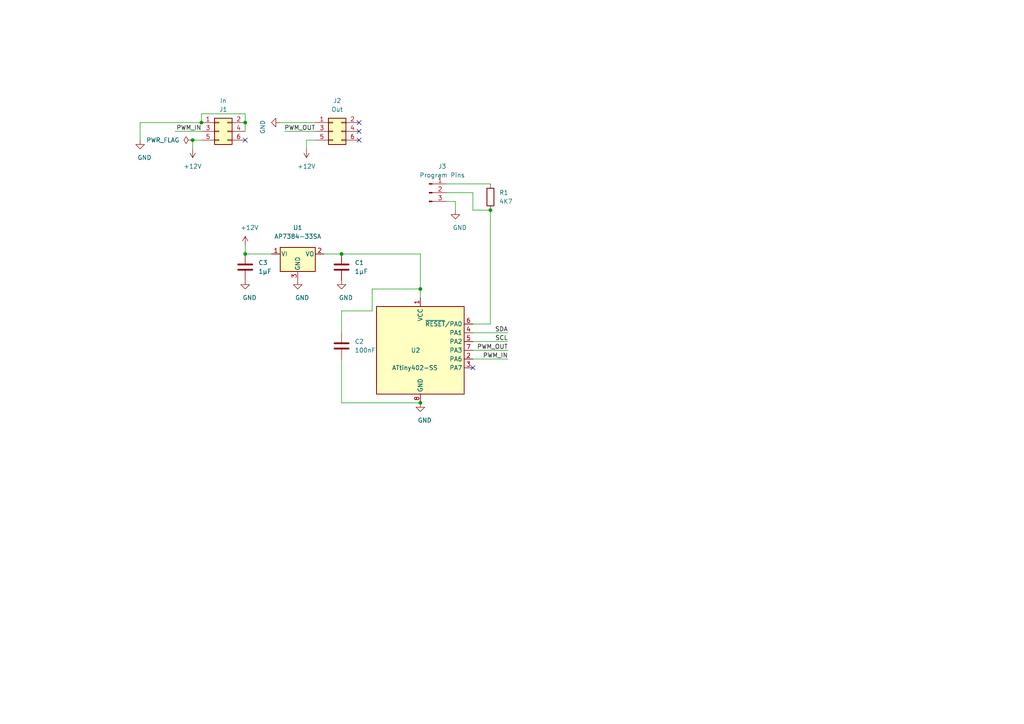
<source format=kicad_sch>
(kicad_sch (version 20210126) (generator eeschema)

  (paper "A4")

  (title_block
    (title "DL380e Fan Mod")
    (rev "1")
  )

  (lib_symbols
    (symbol "Connector:Conn_01x03_Male" (pin_names (offset 1.016) hide) (in_bom yes) (on_board yes)
      (property "Reference" "J" (id 0) (at 0 5.08 0)
        (effects (font (size 1.27 1.27)))
      )
      (property "Value" "Conn_01x03_Male" (id 1) (at 0 -5.08 0)
        (effects (font (size 1.27 1.27)))
      )
      (property "Footprint" "" (id 2) (at 0 0 0)
        (effects (font (size 1.27 1.27)) hide)
      )
      (property "Datasheet" "~" (id 3) (at 0 0 0)
        (effects (font (size 1.27 1.27)) hide)
      )
      (property "ki_keywords" "connector" (id 4) (at 0 0 0)
        (effects (font (size 1.27 1.27)) hide)
      )
      (property "ki_description" "Generic connector, single row, 01x03, script generated (kicad-library-utils/schlib/autogen/connector/)" (id 5) (at 0 0 0)
        (effects (font (size 1.27 1.27)) hide)
      )
      (property "ki_fp_filters" "Connector*:*_1x??_*" (id 6) (at 0 0 0)
        (effects (font (size 1.27 1.27)) hide)
      )
      (symbol "Conn_01x03_Male_1_1"
        (rectangle (start 0.8636 -2.413) (end 0 -2.667)
          (stroke (width 0.1524)) (fill (type outline))
        )
        (rectangle (start 0.8636 0.127) (end 0 -0.127)
          (stroke (width 0.1524)) (fill (type outline))
        )
        (rectangle (start 0.8636 2.667) (end 0 2.413)
          (stroke (width 0.1524)) (fill (type outline))
        )
        (polyline
          (pts
            (xy 1.27 -2.54)
            (xy 0.8636 -2.54)
          )
          (stroke (width 0.1524)) (fill (type none))
        )
        (polyline
          (pts
            (xy 1.27 0)
            (xy 0.8636 0)
          )
          (stroke (width 0.1524)) (fill (type none))
        )
        (polyline
          (pts
            (xy 1.27 2.54)
            (xy 0.8636 2.54)
          )
          (stroke (width 0.1524)) (fill (type none))
        )
        (pin passive line (at 5.08 2.54 180) (length 3.81)
          (name "Pin_1" (effects (font (size 1.27 1.27))))
          (number "1" (effects (font (size 1.27 1.27))))
        )
        (pin passive line (at 5.08 0 180) (length 3.81)
          (name "Pin_2" (effects (font (size 1.27 1.27))))
          (number "2" (effects (font (size 1.27 1.27))))
        )
        (pin passive line (at 5.08 -2.54 180) (length 3.81)
          (name "Pin_3" (effects (font (size 1.27 1.27))))
          (number "3" (effects (font (size 1.27 1.27))))
        )
      )
    )
    (symbol "Connector_Generic:Conn_02x03_Odd_Even" (pin_names (offset 1.016) hide) (in_bom yes) (on_board yes)
      (property "Reference" "J" (id 0) (at 1.27 5.08 0)
        (effects (font (size 1.27 1.27)))
      )
      (property "Value" "Conn_02x03_Odd_Even" (id 1) (at 1.27 -5.08 0)
        (effects (font (size 1.27 1.27)))
      )
      (property "Footprint" "" (id 2) (at 0 0 0)
        (effects (font (size 1.27 1.27)) hide)
      )
      (property "Datasheet" "~" (id 3) (at 0 0 0)
        (effects (font (size 1.27 1.27)) hide)
      )
      (property "ki_keywords" "connector" (id 4) (at 0 0 0)
        (effects (font (size 1.27 1.27)) hide)
      )
      (property "ki_description" "Generic connector, double row, 02x03, odd/even pin numbering scheme (row 1 odd numbers, row 2 even numbers), script generated (kicad-library-utils/schlib/autogen/connector/)" (id 5) (at 0 0 0)
        (effects (font (size 1.27 1.27)) hide)
      )
      (property "ki_fp_filters" "Connector*:*_2x??_*" (id 6) (at 0 0 0)
        (effects (font (size 1.27 1.27)) hide)
      )
      (symbol "Conn_02x03_Odd_Even_1_1"
        (rectangle (start -1.27 -2.413) (end 0 -2.667)
          (stroke (width 0.1524)) (fill (type none))
        )
        (rectangle (start -1.27 2.667) (end 0 2.413)
          (stroke (width 0.1524)) (fill (type none))
        )
        (rectangle (start -1.27 3.81) (end 3.81 -3.81)
          (stroke (width 0.254)) (fill (type background))
        )
        (rectangle (start -1.27 0.127) (end 0 -0.127)
          (stroke (width 0.1524)) (fill (type none))
        )
        (rectangle (start 3.81 -2.413) (end 2.54 -2.667)
          (stroke (width 0.1524)) (fill (type none))
        )
        (rectangle (start 3.81 2.667) (end 2.54 2.413)
          (stroke (width 0.1524)) (fill (type none))
        )
        (rectangle (start 3.81 0.127) (end 2.54 -0.127)
          (stroke (width 0.1524)) (fill (type none))
        )
        (pin passive line (at -5.08 2.54 0) (length 3.81)
          (name "Pin_1" (effects (font (size 1.27 1.27))))
          (number "1" (effects (font (size 1.27 1.27))))
        )
        (pin passive line (at 7.62 2.54 180) (length 3.81)
          (name "Pin_2" (effects (font (size 1.27 1.27))))
          (number "2" (effects (font (size 1.27 1.27))))
        )
        (pin passive line (at -5.08 0 0) (length 3.81)
          (name "Pin_3" (effects (font (size 1.27 1.27))))
          (number "3" (effects (font (size 1.27 1.27))))
        )
        (pin passive line (at 7.62 0 180) (length 3.81)
          (name "Pin_4" (effects (font (size 1.27 1.27))))
          (number "4" (effects (font (size 1.27 1.27))))
        )
        (pin passive line (at -5.08 -2.54 0) (length 3.81)
          (name "Pin_5" (effects (font (size 1.27 1.27))))
          (number "5" (effects (font (size 1.27 1.27))))
        )
        (pin passive line (at 7.62 -2.54 180) (length 3.81)
          (name "Pin_6" (effects (font (size 1.27 1.27))))
          (number "6" (effects (font (size 1.27 1.27))))
        )
      )
    )
    (symbol "Device:C" (pin_numbers hide) (pin_names (offset 0.254)) (in_bom yes) (on_board yes)
      (property "Reference" "C" (id 0) (at 0.635 2.54 0)
        (effects (font (size 1.27 1.27)) (justify left))
      )
      (property "Value" "C" (id 1) (at 0.635 -2.54 0)
        (effects (font (size 1.27 1.27)) (justify left))
      )
      (property "Footprint" "" (id 2) (at 0.9652 -3.81 0)
        (effects (font (size 1.27 1.27)) hide)
      )
      (property "Datasheet" "~" (id 3) (at 0 0 0)
        (effects (font (size 1.27 1.27)) hide)
      )
      (property "ki_keywords" "cap capacitor" (id 4) (at 0 0 0)
        (effects (font (size 1.27 1.27)) hide)
      )
      (property "ki_description" "Unpolarized capacitor" (id 5) (at 0 0 0)
        (effects (font (size 1.27 1.27)) hide)
      )
      (property "ki_fp_filters" "C_*" (id 6) (at 0 0 0)
        (effects (font (size 1.27 1.27)) hide)
      )
      (symbol "C_0_1"
        (polyline
          (pts
            (xy -2.032 -0.762)
            (xy 2.032 -0.762)
          )
          (stroke (width 0.508)) (fill (type none))
        )
        (polyline
          (pts
            (xy -2.032 0.762)
            (xy 2.032 0.762)
          )
          (stroke (width 0.508)) (fill (type none))
        )
      )
      (symbol "C_1_1"
        (pin passive line (at 0 3.81 270) (length 2.794)
          (name "~" (effects (font (size 1.27 1.27))))
          (number "1" (effects (font (size 1.27 1.27))))
        )
        (pin passive line (at 0 -3.81 90) (length 2.794)
          (name "~" (effects (font (size 1.27 1.27))))
          (number "2" (effects (font (size 1.27 1.27))))
        )
      )
    )
    (symbol "Device:R" (pin_numbers hide) (pin_names (offset 0)) (in_bom yes) (on_board yes)
      (property "Reference" "R" (id 0) (at 2.032 0 90)
        (effects (font (size 1.27 1.27)))
      )
      (property "Value" "R" (id 1) (at 0 0 90)
        (effects (font (size 1.27 1.27)))
      )
      (property "Footprint" "" (id 2) (at -1.778 0 90)
        (effects (font (size 1.27 1.27)) hide)
      )
      (property "Datasheet" "~" (id 3) (at 0 0 0)
        (effects (font (size 1.27 1.27)) hide)
      )
      (property "ki_keywords" "R res resistor" (id 4) (at 0 0 0)
        (effects (font (size 1.27 1.27)) hide)
      )
      (property "ki_description" "Resistor" (id 5) (at 0 0 0)
        (effects (font (size 1.27 1.27)) hide)
      )
      (property "ki_fp_filters" "R_*" (id 6) (at 0 0 0)
        (effects (font (size 1.27 1.27)) hide)
      )
      (symbol "R_0_1"
        (rectangle (start -1.016 -2.54) (end 1.016 2.54)
          (stroke (width 0.254)) (fill (type none))
        )
      )
      (symbol "R_1_1"
        (pin passive line (at 0 3.81 270) (length 1.27)
          (name "~" (effects (font (size 1.27 1.27))))
          (number "1" (effects (font (size 1.27 1.27))))
        )
        (pin passive line (at 0 -3.81 90) (length 1.27)
          (name "~" (effects (font (size 1.27 1.27))))
          (number "2" (effects (font (size 1.27 1.27))))
        )
      )
    )
    (symbol "MCU_Microchip_ATtiny:ATtiny402-SS" (in_bom yes) (on_board yes)
      (property "Reference" "U" (id 0) (at -12.7 13.97 0)
        (effects (font (size 1.27 1.27)) (justify left bottom))
      )
      (property "Value" "ATtiny402-SS" (id 1) (at 2.54 -13.97 0)
        (effects (font (size 1.27 1.27)) (justify left top))
      )
      (property "Footprint" "Package_SO:SOIC-8_3.9x4.9mm_P1.27mm" (id 2) (at 0 0 0)
        (effects (font (size 1.27 1.27) italic) hide)
      )
      (property "Datasheet" "http://ww1.microchip.com/downloads/en/DeviceDoc/ATtiny202-402-AVR-MCU-with-Core-Independent-Peripherals_and-picoPower-40001969A.pdf" (id 3) (at 0 0 0)
        (effects (font (size 1.27 1.27)) hide)
      )
      (property "ki_keywords" "AVR 8bit Microcontroller tinyAVR" (id 4) (at 0 0 0)
        (effects (font (size 1.27 1.27)) hide)
      )
      (property "ki_description" "20MHz, 4kB Flash, 256B SRAM, 128B EEPROM, SOIC-8" (id 5) (at 0 0 0)
        (effects (font (size 1.27 1.27)) hide)
      )
      (property "ki_fp_filters" "SOIC*3.9x4.9mm*P1.27mm*" (id 6) (at 0 0 0)
        (effects (font (size 1.27 1.27)) hide)
      )
      (symbol "ATtiny402-SS_0_1"
        (rectangle (start -12.7 -12.7) (end 12.7 12.7)
          (stroke (width 0.254)) (fill (type background))
        )
      )
      (symbol "ATtiny402-SS_1_1"
        (pin power_in line (at 0 15.24 270) (length 2.54)
          (name "VCC" (effects (font (size 1.27 1.27))))
          (number "1" (effects (font (size 1.27 1.27))))
        )
        (pin bidirectional line (at 15.24 -2.54 180) (length 2.54)
          (name "PA6" (effects (font (size 1.27 1.27))))
          (number "2" (effects (font (size 1.27 1.27))))
        )
        (pin bidirectional line (at 15.24 -5.08 180) (length 2.54)
          (name "PA7" (effects (font (size 1.27 1.27))))
          (number "3" (effects (font (size 1.27 1.27))))
        )
        (pin bidirectional line (at 15.24 5.08 180) (length 2.54)
          (name "PA1" (effects (font (size 1.27 1.27))))
          (number "4" (effects (font (size 1.27 1.27))))
        )
        (pin bidirectional line (at 15.24 2.54 180) (length 2.54)
          (name "PA2" (effects (font (size 1.27 1.27))))
          (number "5" (effects (font (size 1.27 1.27))))
        )
        (pin bidirectional line (at 15.24 7.62 180) (length 2.54)
          (name "~RESET~/PA0" (effects (font (size 1.27 1.27))))
          (number "6" (effects (font (size 1.27 1.27))))
        )
        (pin bidirectional line (at 15.24 0 180) (length 2.54)
          (name "PA3" (effects (font (size 1.27 1.27))))
          (number "7" (effects (font (size 1.27 1.27))))
        )
        (pin power_in line (at 0 -15.24 90) (length 2.54)
          (name "GND" (effects (font (size 1.27 1.27))))
          (number "8" (effects (font (size 1.27 1.27))))
        )
      )
    )
    (symbol "Regulator_Linear:AP7384-33SA" (pin_names (offset 0.254)) (in_bom yes) (on_board yes)
      (property "Reference" "U" (id 0) (at -3.81 3.175 0)
        (effects (font (size 1.27 1.27)))
      )
      (property "Value" "AP7384-33SA" (id 1) (at 0 3.175 0)
        (effects (font (size 1.27 1.27)) (justify left))
      )
      (property "Footprint" "Package_TO_SOT_SMD:SOT-23" (id 2) (at 0 5.715 0)
        (effects (font (size 1.27 1.27) italic) hide)
      )
      (property "Datasheet" "https://www.diodes.com/assets/Datasheets/AP7384.pdf" (id 3) (at 0 -1.27 0)
        (effects (font (size 1.27 1.27)) hide)
      )
      (property "ki_keywords" "50mA LDO Regulator Fixed Positive" (id 4) (at 0 0 0)
        (effects (font (size 1.27 1.27)) hide)
      )
      (property "ki_description" "50mA Low Dropout Voltage Regulator, Fixed Output 3.3V, Wide Input Voltage Range 40V, SOT-23" (id 5) (at 0 0 0)
        (effects (font (size 1.27 1.27)) hide)
      )
      (property "ki_fp_filters" "SOT?23*" (id 6) (at 0 0 0)
        (effects (font (size 1.27 1.27)) hide)
      )
      (symbol "AP7384-33SA_0_1"
        (rectangle (start -5.08 1.905) (end 5.08 -5.08)
          (stroke (width 0.254)) (fill (type background))
        )
      )
      (symbol "AP7384-33SA_1_1"
        (pin power_in line (at -7.62 0 0) (length 2.54)
          (name "VI" (effects (font (size 1.27 1.27))))
          (number "1" (effects (font (size 1.27 1.27))))
        )
        (pin power_out line (at 7.62 0 180) (length 2.54)
          (name "VO" (effects (font (size 1.27 1.27))))
          (number "2" (effects (font (size 1.27 1.27))))
        )
        (pin power_in line (at 0 -7.62 90) (length 2.54)
          (name "GND" (effects (font (size 1.27 1.27))))
          (number "3" (effects (font (size 1.27 1.27))))
        )
      )
    )
    (symbol "power:+12V" (power) (pin_names (offset 0)) (in_bom yes) (on_board yes)
      (property "Reference" "#PWR" (id 0) (at 0 -3.81 0)
        (effects (font (size 1.27 1.27)) hide)
      )
      (property "Value" "+12V" (id 1) (at 0 3.556 0)
        (effects (font (size 1.27 1.27)))
      )
      (property "Footprint" "" (id 2) (at 0 0 0)
        (effects (font (size 1.27 1.27)) hide)
      )
      (property "Datasheet" "" (id 3) (at 0 0 0)
        (effects (font (size 1.27 1.27)) hide)
      )
      (property "ki_keywords" "power-flag" (id 4) (at 0 0 0)
        (effects (font (size 1.27 1.27)) hide)
      )
      (property "ki_description" "Power symbol creates a global label with name \"+12V\"" (id 5) (at 0 0 0)
        (effects (font (size 1.27 1.27)) hide)
      )
      (symbol "+12V_0_1"
        (polyline
          (pts
            (xy -0.762 1.27)
            (xy 0 2.54)
          )
          (stroke (width 0)) (fill (type none))
        )
        (polyline
          (pts
            (xy 0 0)
            (xy 0 2.54)
          )
          (stroke (width 0)) (fill (type none))
        )
        (polyline
          (pts
            (xy 0 2.54)
            (xy 0.762 1.27)
          )
          (stroke (width 0)) (fill (type none))
        )
      )
      (symbol "+12V_1_1"
        (pin power_in line (at 0 0 90) (length 0) hide
          (name "+12V" (effects (font (size 1.27 1.27))))
          (number "1" (effects (font (size 1.27 1.27))))
        )
      )
    )
    (symbol "power:GND" (power) (pin_names (offset 0)) (in_bom yes) (on_board yes)
      (property "Reference" "#PWR" (id 0) (at 0 -6.35 0)
        (effects (font (size 1.27 1.27)) hide)
      )
      (property "Value" "GND" (id 1) (at 0 -3.81 0)
        (effects (font (size 1.27 1.27)))
      )
      (property "Footprint" "" (id 2) (at 0 0 0)
        (effects (font (size 1.27 1.27)) hide)
      )
      (property "Datasheet" "" (id 3) (at 0 0 0)
        (effects (font (size 1.27 1.27)) hide)
      )
      (property "ki_keywords" "power-flag" (id 4) (at 0 0 0)
        (effects (font (size 1.27 1.27)) hide)
      )
      (property "ki_description" "Power symbol creates a global label with name \"GND\" , ground" (id 5) (at 0 0 0)
        (effects (font (size 1.27 1.27)) hide)
      )
      (symbol "GND_0_1"
        (polyline
          (pts
            (xy 0 0)
            (xy 0 -1.27)
            (xy 1.27 -1.27)
            (xy 0 -2.54)
            (xy -1.27 -1.27)
            (xy 0 -1.27)
          )
          (stroke (width 0)) (fill (type none))
        )
      )
      (symbol "GND_1_1"
        (pin power_in line (at 0 0 270) (length 0) hide
          (name "GND" (effects (font (size 1.27 1.27))))
          (number "1" (effects (font (size 1.27 1.27))))
        )
      )
    )
    (symbol "power:PWR_FLAG" (power) (pin_numbers hide) (pin_names (offset 0) hide) (in_bom yes) (on_board yes)
      (property "Reference" "#FLG" (id 0) (at 0 1.905 0)
        (effects (font (size 1.27 1.27)) hide)
      )
      (property "Value" "PWR_FLAG" (id 1) (at 0 3.81 0)
        (effects (font (size 1.27 1.27)))
      )
      (property "Footprint" "" (id 2) (at 0 0 0)
        (effects (font (size 1.27 1.27)) hide)
      )
      (property "Datasheet" "~" (id 3) (at 0 0 0)
        (effects (font (size 1.27 1.27)) hide)
      )
      (property "ki_keywords" "power-flag" (id 4) (at 0 0 0)
        (effects (font (size 1.27 1.27)) hide)
      )
      (property "ki_description" "Special symbol for telling ERC where power comes from" (id 5) (at 0 0 0)
        (effects (font (size 1.27 1.27)) hide)
      )
      (symbol "PWR_FLAG_0_0"
        (pin power_out line (at 0 0 90) (length 0)
          (name "pwr" (effects (font (size 1.27 1.27))))
          (number "1" (effects (font (size 1.27 1.27))))
        )
      )
      (symbol "PWR_FLAG_0_1"
        (polyline
          (pts
            (xy 0 0)
            (xy 0 1.27)
            (xy -1.016 1.905)
            (xy 0 2.54)
            (xy 1.016 1.905)
            (xy 0 1.27)
          )
          (stroke (width 0)) (fill (type none))
        )
      )
    )
  )

  (junction (at 55.88 40.64) (diameter 0.9144) (color 0 0 0 0))
  (junction (at 58.42 35.56) (diameter 0.9144) (color 0 0 0 0))
  (junction (at 71.12 35.56) (diameter 0.9144) (color 0 0 0 0))
  (junction (at 71.12 73.66) (diameter 0.9144) (color 0 0 0 0))
  (junction (at 99.06 73.66) (diameter 0.9144) (color 0 0 0 0))
  (junction (at 121.92 83.82) (diameter 0.9144) (color 0 0 0 0))
  (junction (at 121.92 116.84) (diameter 0.9144) (color 0 0 0 0))
  (junction (at 142.24 60.96) (diameter 0.9144) (color 0 0 0 0))

  (no_connect (at 71.12 40.64) (uuid db96c285-6146-46f3-af28-b0223dda620f))
  (no_connect (at 104.14 35.56) (uuid 3815d993-81af-40e7-becd-ba96d35bbe3f))
  (no_connect (at 104.14 38.1) (uuid 4e40b585-215e-45d5-a4c4-b6fbe0bc85d9))
  (no_connect (at 104.14 40.64) (uuid a3ca2f66-b78e-4bd4-8a09-d63f9a280e55))
  (no_connect (at 137.16 106.68) (uuid e82a08d1-82cd-437a-ba26-7f50ac982008))

  (wire (pts (xy 40.64 35.56) (xy 58.42 35.56))
    (stroke (width 0) (type solid) (color 0 0 0 0))
    (uuid 80b279eb-e5e7-4e1d-8def-a72b3dd1856f)
  )
  (wire (pts (xy 40.64 40.64) (xy 40.64 35.56))
    (stroke (width 0) (type solid) (color 0 0 0 0))
    (uuid 80b279eb-e5e7-4e1d-8def-a72b3dd1856f)
  )
  (wire (pts (xy 50.8 38.1) (xy 58.42 38.1))
    (stroke (width 0) (type solid) (color 0 0 0 0))
    (uuid 6da8561b-4e15-4f7f-9523-87d07f6c1cf0)
  )
  (wire (pts (xy 55.88 40.64) (xy 55.88 43.18))
    (stroke (width 0) (type solid) (color 0 0 0 0))
    (uuid ff7c0d4b-34e9-413b-8fe0-a16da429ab7d)
  )
  (wire (pts (xy 58.42 33.02) (xy 71.12 33.02))
    (stroke (width 0) (type solid) (color 0 0 0 0))
    (uuid 552e5f66-1849-4611-9d3b-762ad26857f7)
  )
  (wire (pts (xy 58.42 35.56) (xy 58.42 33.02))
    (stroke (width 0) (type solid) (color 0 0 0 0))
    (uuid 552e5f66-1849-4611-9d3b-762ad26857f7)
  )
  (wire (pts (xy 58.42 40.64) (xy 55.88 40.64))
    (stroke (width 0) (type solid) (color 0 0 0 0))
    (uuid ff7c0d4b-34e9-413b-8fe0-a16da429ab7d)
  )
  (wire (pts (xy 71.12 33.02) (xy 71.12 35.56))
    (stroke (width 0) (type solid) (color 0 0 0 0))
    (uuid 552e5f66-1849-4611-9d3b-762ad26857f7)
  )
  (wire (pts (xy 71.12 35.56) (xy 71.12 38.1))
    (stroke (width 0) (type solid) (color 0 0 0 0))
    (uuid 552e5f66-1849-4611-9d3b-762ad26857f7)
  )
  (wire (pts (xy 71.12 73.66) (xy 71.12 71.12))
    (stroke (width 0) (type solid) (color 0 0 0 0))
    (uuid 9d9c7328-35cc-4b5b-b77c-9b8b628a510f)
  )
  (wire (pts (xy 78.74 73.66) (xy 71.12 73.66))
    (stroke (width 0) (type solid) (color 0 0 0 0))
    (uuid 9d9c7328-35cc-4b5b-b77c-9b8b628a510f)
  )
  (wire (pts (xy 81.28 35.56) (xy 91.44 35.56))
    (stroke (width 0) (type solid) (color 0 0 0 0))
    (uuid 322c653e-b0f5-402e-ab03-ffdcaaef246e)
  )
  (wire (pts (xy 82.55 38.1) (xy 91.44 38.1))
    (stroke (width 0) (type solid) (color 0 0 0 0))
    (uuid bbd381aa-ecfa-496a-99c6-3797dfe0b95b)
  )
  (wire (pts (xy 88.9 40.64) (xy 88.9 43.18))
    (stroke (width 0) (type solid) (color 0 0 0 0))
    (uuid bca88284-ebf5-4a91-a5fb-4023ee195ac9)
  )
  (wire (pts (xy 91.44 40.64) (xy 88.9 40.64))
    (stroke (width 0) (type solid) (color 0 0 0 0))
    (uuid bca88284-ebf5-4a91-a5fb-4023ee195ac9)
  )
  (wire (pts (xy 93.98 73.66) (xy 99.06 73.66))
    (stroke (width 0) (type solid) (color 0 0 0 0))
    (uuid 0b6579e7-d844-45db-b5e8-ce9c7e936cd6)
  )
  (wire (pts (xy 99.06 73.66) (xy 121.92 73.66))
    (stroke (width 0) (type solid) (color 0 0 0 0))
    (uuid 0b6579e7-d844-45db-b5e8-ce9c7e936cd6)
  )
  (wire (pts (xy 99.06 90.17) (xy 99.06 96.52))
    (stroke (width 0) (type solid) (color 0 0 0 0))
    (uuid 085a9b68-d739-499e-9d60-8a9a3e2e10fc)
  )
  (wire (pts (xy 99.06 90.17) (xy 107.95 90.17))
    (stroke (width 0) (type solid) (color 0 0 0 0))
    (uuid 38817945-d05e-4cf0-9437-546e74072b4b)
  )
  (wire (pts (xy 99.06 116.84) (xy 99.06 104.14))
    (stroke (width 0) (type solid) (color 0 0 0 0))
    (uuid e12a9fb4-a04e-4121-a34a-2666ceaa9796)
  )
  (wire (pts (xy 99.06 116.84) (xy 121.92 116.84))
    (stroke (width 0) (type solid) (color 0 0 0 0))
    (uuid 8f47fede-fc3d-42aa-831f-74f62a56b8c3)
  )
  (wire (pts (xy 107.95 83.82) (xy 121.92 83.82))
    (stroke (width 0) (type solid) (color 0 0 0 0))
    (uuid 38817945-d05e-4cf0-9437-546e74072b4b)
  )
  (wire (pts (xy 107.95 90.17) (xy 107.95 83.82))
    (stroke (width 0) (type solid) (color 0 0 0 0))
    (uuid 38817945-d05e-4cf0-9437-546e74072b4b)
  )
  (wire (pts (xy 121.92 73.66) (xy 121.92 83.82))
    (stroke (width 0) (type solid) (color 0 0 0 0))
    (uuid 0b6579e7-d844-45db-b5e8-ce9c7e936cd6)
  )
  (wire (pts (xy 121.92 83.82) (xy 121.92 86.36))
    (stroke (width 0) (type solid) (color 0 0 0 0))
    (uuid 0b6579e7-d844-45db-b5e8-ce9c7e936cd6)
  )
  (wire (pts (xy 129.54 53.34) (xy 142.24 53.34))
    (stroke (width 0) (type solid) (color 0 0 0 0))
    (uuid 6cab50c8-8ce3-42b6-974f-5e9c023f9a3b)
  )
  (wire (pts (xy 129.54 55.88) (xy 137.16 55.88))
    (stroke (width 0) (type solid) (color 0 0 0 0))
    (uuid a1292d4a-5abf-4b65-bb70-0f1179967bc6)
  )
  (wire (pts (xy 129.54 58.42) (xy 132.08 58.42))
    (stroke (width 0) (type solid) (color 0 0 0 0))
    (uuid c3d362c2-739e-471f-8872-a9f3f2a12e25)
  )
  (wire (pts (xy 132.08 58.42) (xy 132.08 60.96))
    (stroke (width 0) (type solid) (color 0 0 0 0))
    (uuid c3d362c2-739e-471f-8872-a9f3f2a12e25)
  )
  (wire (pts (xy 137.16 55.88) (xy 137.16 60.96))
    (stroke (width 0) (type solid) (color 0 0 0 0))
    (uuid a1292d4a-5abf-4b65-bb70-0f1179967bc6)
  )
  (wire (pts (xy 137.16 60.96) (xy 142.24 60.96))
    (stroke (width 0) (type solid) (color 0 0 0 0))
    (uuid a1292d4a-5abf-4b65-bb70-0f1179967bc6)
  )
  (wire (pts (xy 137.16 96.52) (xy 147.32 96.52))
    (stroke (width 0) (type solid) (color 0 0 0 0))
    (uuid fd7f10f4-3701-4a69-81ed-da3eee9e3941)
  )
  (wire (pts (xy 137.16 99.06) (xy 147.32 99.06))
    (stroke (width 0) (type solid) (color 0 0 0 0))
    (uuid 6f88af2a-56c2-4b87-877b-fcb74481d3ff)
  )
  (wire (pts (xy 137.16 101.6) (xy 147.32 101.6))
    (stroke (width 0) (type solid) (color 0 0 0 0))
    (uuid a09ca5cb-1986-42f6-963d-d5e48a02a9b3)
  )
  (wire (pts (xy 137.16 104.14) (xy 147.32 104.14))
    (stroke (width 0) (type solid) (color 0 0 0 0))
    (uuid 5da629d3-6513-45bc-8536-0a695ff48900)
  )
  (wire (pts (xy 142.24 60.96) (xy 142.24 93.98))
    (stroke (width 0) (type solid) (color 0 0 0 0))
    (uuid 9fa8f67c-828e-495c-b460-48f3a386bdcf)
  )
  (wire (pts (xy 142.24 93.98) (xy 137.16 93.98))
    (stroke (width 0) (type solid) (color 0 0 0 0))
    (uuid 9fa8f67c-828e-495c-b460-48f3a386bdcf)
  )

  (label "PWM_IN" (at 58.42 38.1 180)
    (effects (font (size 1.27 1.27)) (justify right bottom))
    (uuid 1f3b8e8b-28c5-4eac-b844-e02e86ff975f)
  )
  (label "PWM_OUT" (at 91.44 38.1 180)
    (effects (font (size 1.27 1.27)) (justify right bottom))
    (uuid cae8ffd0-617f-4293-9d14-7ba9a3fc8eb6)
  )
  (label "SDA" (at 147.32 96.52 180)
    (effects (font (size 1.27 1.27)) (justify right bottom))
    (uuid 3ea0b8c5-fbdf-45c2-abdf-a847961770b9)
  )
  (label "SCL" (at 147.32 99.06 180)
    (effects (font (size 1.27 1.27)) (justify right bottom))
    (uuid e0633ff7-fd53-482d-beb1-e3242b5e009f)
  )
  (label "PWM_OUT" (at 147.32 101.6 180)
    (effects (font (size 1.27 1.27)) (justify right bottom))
    (uuid b0f37ffc-762a-496c-a1b4-c4aeccc3c12b)
  )
  (label "PWM_IN" (at 147.32 104.14 180)
    (effects (font (size 1.27 1.27)) (justify right bottom))
    (uuid 0536ccbf-2c3b-4a04-9f6e-2e26475d7808)
  )

  (symbol (lib_id "power:PWR_FLAG") (at 55.88 40.64 90) (unit 1)
    (in_bom yes) (on_board yes)
    (uuid b60f6179-0871-49e1-9979-1217542d724e)
    (property "Reference" "#FLG01" (id 0) (at 53.975 40.64 0)
      (effects (font (size 1.27 1.27)) hide)
    )
    (property "Value" "PWR_FLAG" (id 1) (at 52.07 40.64 90)
      (effects (font (size 1.27 1.27)) (justify left))
    )
    (property "Footprint" "" (id 2) (at 55.88 40.64 0)
      (effects (font (size 1.27 1.27)) hide)
    )
    (property "Datasheet" "~" (id 3) (at 55.88 40.64 0)
      (effects (font (size 1.27 1.27)) hide)
    )
    (pin "1" (uuid 23a24f6b-63ec-492d-95a8-4f0734e74f02))
  )

  (symbol (lib_id "power:+12V") (at 55.88 43.18 180) (unit 1)
    (in_bom yes) (on_board yes)
    (uuid 15d0d0e3-4be4-491e-869c-9eed6d96ed64)
    (property "Reference" "#PWR02" (id 0) (at 55.88 39.37 0)
      (effects (font (size 1.27 1.27)) hide)
    )
    (property "Value" "+12V" (id 1) (at 55.88 48.26 0))
    (property "Footprint" "" (id 2) (at 55.88 43.18 0)
      (effects (font (size 1.27 1.27)) hide)
    )
    (property "Datasheet" "" (id 3) (at 55.88 43.18 0)
      (effects (font (size 1.27 1.27)) hide)
    )
    (pin "1" (uuid 8b6ad223-ed39-4d34-a588-e33d78af78a9))
  )

  (symbol (lib_id "power:+12V") (at 71.12 71.12 0) (unit 1)
    (in_bom yes) (on_board yes)
    (uuid f3f9c374-8ac5-47f4-a920-52728d56acb7)
    (property "Reference" "#PWR03" (id 0) (at 71.12 74.93 0)
      (effects (font (size 1.27 1.27)) hide)
    )
    (property "Value" "+12V" (id 1) (at 72.39 66.04 0))
    (property "Footprint" "" (id 2) (at 71.12 71.12 0)
      (effects (font (size 1.27 1.27)) hide)
    )
    (property "Datasheet" "" (id 3) (at 71.12 71.12 0)
      (effects (font (size 1.27 1.27)) hide)
    )
    (pin "1" (uuid 9ac67d94-e498-4ff8-b87b-7bfa46be60b8))
  )

  (symbol (lib_id "power:+12V") (at 88.9 43.18 180) (unit 1)
    (in_bom yes) (on_board yes)
    (uuid 61a55228-f171-4bf5-9f31-6777bb1509e5)
    (property "Reference" "#PWR06" (id 0) (at 88.9 39.37 0)
      (effects (font (size 1.27 1.27)) hide)
    )
    (property "Value" "+12V" (id 1) (at 88.9 48.26 0))
    (property "Footprint" "" (id 2) (at 88.9 43.18 0)
      (effects (font (size 1.27 1.27)) hide)
    )
    (property "Datasheet" "" (id 3) (at 88.9 43.18 0)
      (effects (font (size 1.27 1.27)) hide)
    )
    (pin "1" (uuid 8b6ad223-ed39-4d34-a588-e33d78af78a9))
  )

  (symbol (lib_id "power:GND") (at 40.64 40.64 0) (unit 1)
    (in_bom yes) (on_board yes)
    (uuid e33dedd4-4100-43ea-9038-ea912e5a8d37)
    (property "Reference" "#PWR01" (id 0) (at 40.64 46.99 0)
      (effects (font (size 1.27 1.27)) hide)
    )
    (property "Value" "GND" (id 1) (at 41.91 45.72 0))
    (property "Footprint" "" (id 2) (at 40.64 40.64 0)
      (effects (font (size 1.27 1.27)) hide)
    )
    (property "Datasheet" "" (id 3) (at 40.64 40.64 0)
      (effects (font (size 1.27 1.27)) hide)
    )
    (pin "1" (uuid a9d6be79-7047-4be2-a053-777d3508184b))
  )

  (symbol (lib_id "power:GND") (at 71.12 81.28 0) (unit 1)
    (in_bom yes) (on_board yes)
    (uuid 0bc015a7-0a9a-4ba5-9c66-6b46aefe101a)
    (property "Reference" "#PWR0102" (id 0) (at 71.12 87.63 0)
      (effects (font (size 1.27 1.27)) hide)
    )
    (property "Value" "GND" (id 1) (at 72.39 86.36 0))
    (property "Footprint" "" (id 2) (at 71.12 81.28 0)
      (effects (font (size 1.27 1.27)) hide)
    )
    (property "Datasheet" "" (id 3) (at 71.12 81.28 0)
      (effects (font (size 1.27 1.27)) hide)
    )
    (pin "1" (uuid 45486006-0cd7-417c-bb51-4ce5b4c400a0))
  )

  (symbol (lib_id "power:GND") (at 81.28 35.56 270) (unit 1)
    (in_bom yes) (on_board yes)
    (uuid 0527cd57-b84d-4a3f-a71d-66ff69132c18)
    (property "Reference" "#PWR04" (id 0) (at 74.93 35.56 0)
      (effects (font (size 1.27 1.27)) hide)
    )
    (property "Value" "GND" (id 1) (at 76.2 36.83 0))
    (property "Footprint" "" (id 2) (at 81.28 35.56 0)
      (effects (font (size 1.27 1.27)) hide)
    )
    (property "Datasheet" "" (id 3) (at 81.28 35.56 0)
      (effects (font (size 1.27 1.27)) hide)
    )
    (pin "1" (uuid a9d6be79-7047-4be2-a053-777d3508184b))
  )

  (symbol (lib_id "power:GND") (at 86.36 81.28 0) (unit 1)
    (in_bom yes) (on_board yes)
    (uuid 16c19227-53a8-4ff6-b783-9bff57e97486)
    (property "Reference" "#PWR05" (id 0) (at 86.36 87.63 0)
      (effects (font (size 1.27 1.27)) hide)
    )
    (property "Value" "GND" (id 1) (at 87.63 86.36 0))
    (property "Footprint" "" (id 2) (at 86.36 81.28 0)
      (effects (font (size 1.27 1.27)) hide)
    )
    (property "Datasheet" "" (id 3) (at 86.36 81.28 0)
      (effects (font (size 1.27 1.27)) hide)
    )
    (pin "1" (uuid 3ad660f6-ba21-4753-9de4-18c84c542d32))
  )

  (symbol (lib_id "power:GND") (at 99.06 81.28 0) (unit 1)
    (in_bom yes) (on_board yes)
    (uuid 313dbbc2-8ed7-43bc-b1b2-60692955d53b)
    (property "Reference" "#PWR08" (id 0) (at 99.06 87.63 0)
      (effects (font (size 1.27 1.27)) hide)
    )
    (property "Value" "GND" (id 1) (at 100.33 86.36 0))
    (property "Footprint" "" (id 2) (at 99.06 81.28 0)
      (effects (font (size 1.27 1.27)) hide)
    )
    (property "Datasheet" "" (id 3) (at 99.06 81.28 0)
      (effects (font (size 1.27 1.27)) hide)
    )
    (pin "1" (uuid 1f75bb61-109b-4746-9066-ebb720063336))
  )

  (symbol (lib_id "power:GND") (at 121.92 116.84 0) (unit 1)
    (in_bom yes) (on_board yes)
    (uuid 5af62f2a-3c74-4bdd-a83c-6537cd3f6cb4)
    (property "Reference" "#PWR07" (id 0) (at 121.92 123.19 0)
      (effects (font (size 1.27 1.27)) hide)
    )
    (property "Value" "GND" (id 1) (at 123.19 121.92 0))
    (property "Footprint" "" (id 2) (at 121.92 116.84 0)
      (effects (font (size 1.27 1.27)) hide)
    )
    (property "Datasheet" "" (id 3) (at 121.92 116.84 0)
      (effects (font (size 1.27 1.27)) hide)
    )
    (pin "1" (uuid a9d6be79-7047-4be2-a053-777d3508184b))
  )

  (symbol (lib_id "power:GND") (at 132.08 60.96 0) (unit 1)
    (in_bom yes) (on_board yes)
    (uuid ae38171d-9150-4ae7-bb5e-7b15d486b2b1)
    (property "Reference" "#PWR0101" (id 0) (at 132.08 67.31 0)
      (effects (font (size 1.27 1.27)) hide)
    )
    (property "Value" "GND" (id 1) (at 133.35 66.04 0))
    (property "Footprint" "" (id 2) (at 132.08 60.96 0)
      (effects (font (size 1.27 1.27)) hide)
    )
    (property "Datasheet" "" (id 3) (at 132.08 60.96 0)
      (effects (font (size 1.27 1.27)) hide)
    )
    (pin "1" (uuid c38f92c0-c289-480d-8f7c-ca6073e4a8e1))
  )

  (symbol (lib_id "Device:R") (at 142.24 57.15 0) (unit 1)
    (in_bom yes) (on_board yes)
    (uuid 8faf5ccf-9a82-42b1-9ba4-1ce9f91db140)
    (property "Reference" "R1" (id 0) (at 144.78 55.88 0)
      (effects (font (size 1.27 1.27)) (justify left))
    )
    (property "Value" "4K7" (id 1) (at 144.78 58.42 0)
      (effects (font (size 1.27 1.27)) (justify left))
    )
    (property "Footprint" "Capacitor_SMD:C_0805_2012Metric" (id 2) (at 140.462 57.15 90)
      (effects (font (size 1.27 1.27)) hide)
    )
    (property "Datasheet" "~" (id 3) (at 142.24 57.15 0)
      (effects (font (size 1.27 1.27)) hide)
    )
    (pin "1" (uuid 50dbf3db-725a-4bce-9cdf-4691e927f0d4))
    (pin "2" (uuid 38348628-f9a7-4aee-ac48-e47c604baa2c))
  )

  (symbol (lib_id "Device:C") (at 71.12 77.47 0) (unit 1)
    (in_bom yes) (on_board yes)
    (uuid 44c455e1-9bcb-4a33-bad2-ca8a2d34a438)
    (property "Reference" "C3" (id 0) (at 74.93 76.2 0)
      (effects (font (size 1.27 1.27)) (justify left))
    )
    (property "Value" "1µF" (id 1) (at 74.93 78.74 0)
      (effects (font (size 1.27 1.27)) (justify left))
    )
    (property "Footprint" "Capacitor_SMD:C_0805_2012Metric" (id 2) (at 72.0852 81.28 0)
      (effects (font (size 1.27 1.27)) hide)
    )
    (property "Datasheet" "~" (id 3) (at 71.12 77.47 0)
      (effects (font (size 1.27 1.27)) hide)
    )
    (pin "1" (uuid 4e90801e-7f13-4753-8136-50272f195645))
    (pin "2" (uuid e90aed0b-2b69-408f-afbe-fe10472a85b8))
  )

  (symbol (lib_id "Device:C") (at 99.06 77.47 0) (unit 1)
    (in_bom yes) (on_board yes)
    (uuid f10cebee-5712-4587-b3e7-0045452f1d20)
    (property "Reference" "C1" (id 0) (at 102.87 76.2 0)
      (effects (font (size 1.27 1.27)) (justify left))
    )
    (property "Value" "1µF" (id 1) (at 102.87 78.74 0)
      (effects (font (size 1.27 1.27)) (justify left))
    )
    (property "Footprint" "Capacitor_SMD:C_0805_2012Metric" (id 2) (at 100.0252 81.28 0)
      (effects (font (size 1.27 1.27)) hide)
    )
    (property "Datasheet" "~" (id 3) (at 99.06 77.47 0)
      (effects (font (size 1.27 1.27)) hide)
    )
    (pin "1" (uuid 84894ddb-c5cb-4abb-9a5d-7860c93dc5dd))
    (pin "2" (uuid 280fa919-aff5-457d-8a47-fc93d2d2eb8e))
  )

  (symbol (lib_id "Device:C") (at 99.06 100.33 180) (unit 1)
    (in_bom yes) (on_board yes)
    (uuid 81357930-264e-4e0e-9cf7-2accc43945d8)
    (property "Reference" "C2" (id 0) (at 102.87 99.06 0)
      (effects (font (size 1.27 1.27)) (justify right))
    )
    (property "Value" "100nF" (id 1) (at 102.87 101.6 0)
      (effects (font (size 1.27 1.27)) (justify right))
    )
    (property "Footprint" "Capacitor_SMD:C_0805_2012Metric" (id 2) (at 98.0948 96.52 0)
      (effects (font (size 1.27 1.27)) hide)
    )
    (property "Datasheet" "~" (id 3) (at 99.06 100.33 0)
      (effects (font (size 1.27 1.27)) hide)
    )
    (pin "1" (uuid 6f51c013-7988-416a-b278-840787110596))
    (pin "2" (uuid 85442a38-9570-4041-a726-800d6806afb2))
  )

  (symbol (lib_id "Connector:Conn_01x03_Male") (at 124.46 55.88 0) (unit 1)
    (in_bom yes) (on_board yes)
    (uuid c25d2fd2-3751-4f59-bba4-51cd807d3f08)
    (property "Reference" "J3" (id 0) (at 128.27 48.26 0))
    (property "Value" "Program Pins" (id 1) (at 128.27 50.8 0))
    (property "Footprint" "Connector_PinHeader_2.54mm:PinHeader_1x03_P2.54mm_Vertical" (id 2) (at 124.46 55.88 0)
      (effects (font (size 1.27 1.27)) hide)
    )
    (property "Datasheet" "~" (id 3) (at 124.46 55.88 0)
      (effects (font (size 1.27 1.27)) hide)
    )
    (pin "1" (uuid a5588adb-0612-4e2e-83c4-58e8076be3cc))
    (pin "2" (uuid 7e290e1f-4bea-468c-a0b0-9d9becf49f30))
    (pin "3" (uuid 8c085b5d-e616-405e-b5e4-fecc7a6f516c))
  )

  (symbol (lib_id "Connector_Generic:Conn_02x03_Odd_Even") (at 63.5 38.1 0) (unit 1)
    (in_bom yes) (on_board yes)
    (uuid 72fa8a6a-1001-4fc7-ab89-fc778a9ae985)
    (property "Reference" "J1" (id 0) (at 64.77 31.75 0))
    (property "Value" "In" (id 1) (at 64.77 29.21 0))
    (property "Footprint" "Connector_PinHeader_2.00mm:PinHeader_2x03_P2.00mm_Vertical" (id 2) (at 63.5 38.1 0)
      (effects (font (size 1.27 1.27)) hide)
    )
    (property "Datasheet" "~" (id 3) (at 63.5 38.1 0)
      (effects (font (size 1.27 1.27)) hide)
    )
    (pin "1" (uuid e7bb0eda-e6c9-4151-9841-25be311e7392))
    (pin "2" (uuid 5fbab10c-1c10-4c88-b1cd-e528315aa79a))
    (pin "3" (uuid 79ae6f53-b297-4064-8f2c-daf2d3c7cbbb))
    (pin "4" (uuid ae6f4607-765e-41e2-a981-d735fabd8f54))
    (pin "5" (uuid 0753b0e4-0db7-4265-8772-c3af63e5f09e))
    (pin "6" (uuid 343259fa-90d8-427f-a68c-2adc0aa281d1))
  )

  (symbol (lib_id "Connector_Generic:Conn_02x03_Odd_Even") (at 96.52 38.1 0) (unit 1)
    (in_bom yes) (on_board yes)
    (uuid e9954cfa-616e-4b19-8bda-17822bdd089e)
    (property "Reference" "J2" (id 0) (at 97.79 29.21 0))
    (property "Value" "Out" (id 1) (at 97.79 31.75 0))
    (property "Footprint" "Connector_PinHeader_2.00mm:PinHeader_2x03_P2.00mm_Vertical" (id 2) (at 96.52 38.1 0)
      (effects (font (size 1.27 1.27)) hide)
    )
    (property "Datasheet" "~" (id 3) (at 96.52 38.1 0)
      (effects (font (size 1.27 1.27)) hide)
    )
    (pin "1" (uuid e7bb0eda-e6c9-4151-9841-25be311e7392))
    (pin "2" (uuid 5fbab10c-1c10-4c88-b1cd-e528315aa79a))
    (pin "3" (uuid 79ae6f53-b297-4064-8f2c-daf2d3c7cbbb))
    (pin "4" (uuid ae6f4607-765e-41e2-a981-d735fabd8f54))
    (pin "5" (uuid 0753b0e4-0db7-4265-8772-c3af63e5f09e))
    (pin "6" (uuid 343259fa-90d8-427f-a68c-2adc0aa281d1))
  )

  (symbol (lib_id "Regulator_Linear:AP7384-33SA") (at 86.36 73.66 0) (unit 1)
    (in_bom yes) (on_board yes)
    (uuid 76f352f7-450b-4ad2-8e0a-6bb76cd96f63)
    (property "Reference" "U1" (id 0) (at 86.36 66.04 0))
    (property "Value" "AP7384-33SA" (id 1) (at 86.36 68.58 0))
    (property "Footprint" "Package_TO_SOT_SMD:SOT-23" (id 2) (at 86.36 67.945 0)
      (effects (font (size 1.27 1.27) italic) hide)
    )
    (property "Datasheet" "https://www.diodes.com/assets/Datasheets/AP7384.pdf" (id 3) (at 86.36 74.93 0)
      (effects (font (size 1.27 1.27)) hide)
    )
    (pin "1" (uuid f8cc6381-aacf-4533-aeb2-acf75988770f))
    (pin "2" (uuid cdd057af-e330-4385-b5db-c6c9cd39c9a3))
    (pin "3" (uuid 78de597d-3adf-4308-ba1c-83d0eeb025c0))
  )

  (symbol (lib_id "MCU_Microchip_ATtiny:ATtiny402-SS") (at 121.92 101.6 0) (unit 1)
    (in_bom yes) (on_board yes)
    (uuid dea8f17b-20fc-4c73-9f54-80849d487667)
    (property "Reference" "U2" (id 0) (at 121.92 101.6 0)
      (effects (font (size 1.27 1.27)) (justify right))
    )
    (property "Value" "ATtiny402-SS" (id 1) (at 127 106.68 0)
      (effects (font (size 1.27 1.27)) (justify right))
    )
    (property "Footprint" "Package_SO:SOIC-8_3.9x4.9mm_P1.27mm" (id 2) (at 121.92 101.6 0)
      (effects (font (size 1.27 1.27) italic) hide)
    )
    (property "Datasheet" "http://ww1.microchip.com/downloads/en/DeviceDoc/ATtiny202-402-AVR-MCU-with-Core-Independent-Peripherals_and-picoPower-40001969A.pdf" (id 3) (at 121.92 101.6 0)
      (effects (font (size 1.27 1.27)) hide)
    )
    (pin "1" (uuid 42ff236f-bff4-4bfd-a81a-0b1b3322b71f))
    (pin "2" (uuid 5ebc757d-a70b-48ce-930e-8d05c26a6bda))
    (pin "3" (uuid ff4e3bbd-0f45-4d53-b906-45e719a75716))
    (pin "4" (uuid 285da3a0-59c3-4a58-a310-11114ed82e87))
    (pin "5" (uuid d09f2772-f878-44f6-96a7-b5ceb05b5344))
    (pin "6" (uuid b09f8944-2266-457a-9dbb-2c12d5179102))
    (pin "7" (uuid 12569639-569c-4dcd-a54b-4503fb72cef8))
    (pin "8" (uuid 3d1b6096-bad0-47bf-af36-af1304600f1c))
  )

  (sheet_instances
    (path "/" (page "1"))
  )

  (symbol_instances
    (path "/b60f6179-0871-49e1-9979-1217542d724e"
      (reference "#FLG01") (unit 1) (value "PWR_FLAG") (footprint "")
    )
    (path "/e33dedd4-4100-43ea-9038-ea912e5a8d37"
      (reference "#PWR01") (unit 1) (value "GND") (footprint "")
    )
    (path "/15d0d0e3-4be4-491e-869c-9eed6d96ed64"
      (reference "#PWR02") (unit 1) (value "+12V") (footprint "")
    )
    (path "/f3f9c374-8ac5-47f4-a920-52728d56acb7"
      (reference "#PWR03") (unit 1) (value "+12V") (footprint "")
    )
    (path "/0527cd57-b84d-4a3f-a71d-66ff69132c18"
      (reference "#PWR04") (unit 1) (value "GND") (footprint "")
    )
    (path "/16c19227-53a8-4ff6-b783-9bff57e97486"
      (reference "#PWR05") (unit 1) (value "GND") (footprint "")
    )
    (path "/61a55228-f171-4bf5-9f31-6777bb1509e5"
      (reference "#PWR06") (unit 1) (value "+12V") (footprint "")
    )
    (path "/5af62f2a-3c74-4bdd-a83c-6537cd3f6cb4"
      (reference "#PWR07") (unit 1) (value "GND") (footprint "")
    )
    (path "/313dbbc2-8ed7-43bc-b1b2-60692955d53b"
      (reference "#PWR08") (unit 1) (value "GND") (footprint "")
    )
    (path "/ae38171d-9150-4ae7-bb5e-7b15d486b2b1"
      (reference "#PWR0101") (unit 1) (value "GND") (footprint "")
    )
    (path "/0bc015a7-0a9a-4ba5-9c66-6b46aefe101a"
      (reference "#PWR0102") (unit 1) (value "GND") (footprint "")
    )
    (path "/f10cebee-5712-4587-b3e7-0045452f1d20"
      (reference "C1") (unit 1) (value "1µF") (footprint "Capacitor_SMD:C_0805_2012Metric")
    )
    (path "/81357930-264e-4e0e-9cf7-2accc43945d8"
      (reference "C2") (unit 1) (value "100nF") (footprint "Capacitor_SMD:C_0805_2012Metric")
    )
    (path "/44c455e1-9bcb-4a33-bad2-ca8a2d34a438"
      (reference "C3") (unit 1) (value "1µF") (footprint "Capacitor_SMD:C_0805_2012Metric")
    )
    (path "/72fa8a6a-1001-4fc7-ab89-fc778a9ae985"
      (reference "J1") (unit 1) (value "In") (footprint "Connector_PinHeader_2.00mm:PinHeader_2x03_P2.00mm_Vertical")
    )
    (path "/e9954cfa-616e-4b19-8bda-17822bdd089e"
      (reference "J2") (unit 1) (value "Out") (footprint "Connector_PinHeader_2.00mm:PinHeader_2x03_P2.00mm_Vertical")
    )
    (path "/c25d2fd2-3751-4f59-bba4-51cd807d3f08"
      (reference "J3") (unit 1) (value "Program Pins") (footprint "Connector_PinHeader_2.54mm:PinHeader_1x03_P2.54mm_Vertical")
    )
    (path "/8faf5ccf-9a82-42b1-9ba4-1ce9f91db140"
      (reference "R1") (unit 1) (value "4K7") (footprint "Capacitor_SMD:C_0805_2012Metric")
    )
    (path "/76f352f7-450b-4ad2-8e0a-6bb76cd96f63"
      (reference "U1") (unit 1) (value "AP7384-33SA") (footprint "Package_TO_SOT_SMD:SOT-23")
    )
    (path "/dea8f17b-20fc-4c73-9f54-80849d487667"
      (reference "U2") (unit 1) (value "ATtiny402-SS") (footprint "Package_SO:SOIC-8_3.9x4.9mm_P1.27mm")
    )
  )
)

</source>
